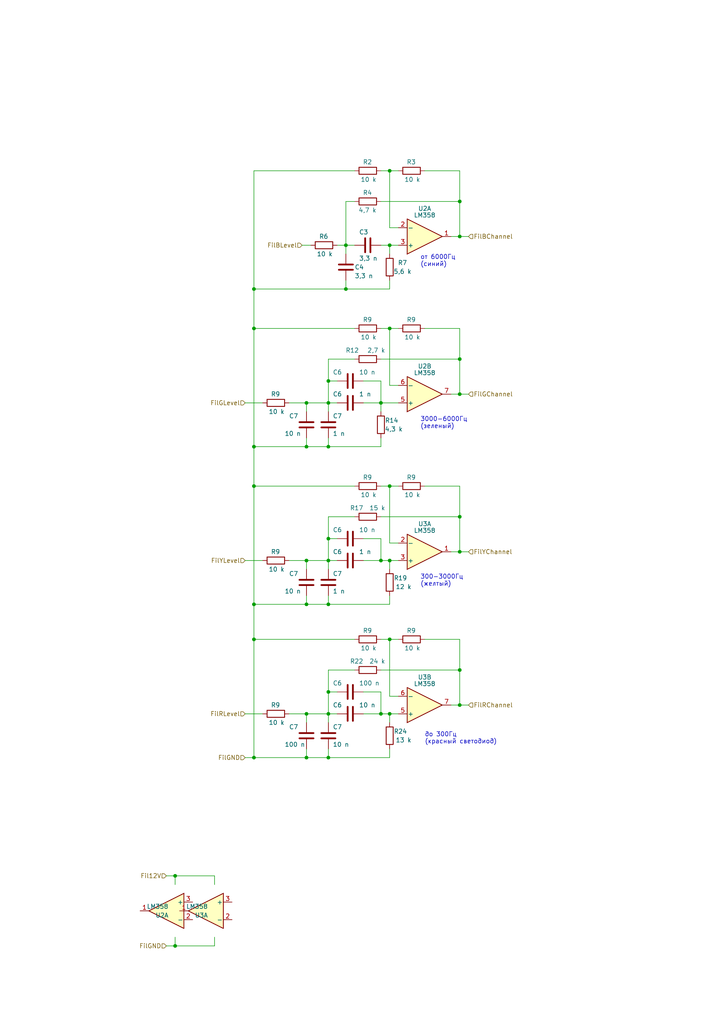
<source format=kicad_sch>
(kicad_sch (version 20230121) (generator eeschema)
  (paper "A4" portrait)
  (lib_symbols
    (symbol "Amplifier_Operational:LM358" (pin_names (offset 0.127))
      (property "Reference" "U" (at 0 5.08 0))
      (property "Value" "LM358" (at 0 -5.08 0))
      (symbol "LM358_1_1"
        (polyline (pts (xy -5.08 5.08) (xy 5.08 0) (xy -5.08 -5.08) (xy -5.08 5.08)) (stroke (width 0.254)) (fill (type background)))
        (pin output line (at 7.62 0 180) (length 2.54) (name "~") (number "1"))
        (pin input line (at -7.62 -2.54 0) (length 2.54) (name "-") (number "2"))
        (pin input line (at -7.62 2.54 0) (length 2.54) (name "+") (number "3"))
      )
      (symbol "LM358_2_1"
        (polyline (pts (xy -5.08 5.08) (xy 5.08 0) (xy -5.08 -5.08) (xy -5.08 5.08)) (stroke (width 0.254)) (fill (type background)))
        (pin input line (at -7.62 2.54 0) (length 2.54) (name "+") (number "5"))
        (pin input line (at -7.62 -2.54 0) (length 2.54) (name "-") (number "6"))
        (pin output line (at 7.62 0 180) (length 2.54) (name "~") (number "7"))
      )
      (symbol "LM358_3_1"
        (pin power_in line (at -2.54 -7.62 90) (length 3.81) (name "V-") (number "4"))
        (pin power_in line (at -2.54 7.62 270) (length 3.81) (name "V+") (number "8"))
      )
    )
    (symbol "Device:C" (pin_numbers hide) (pin_names (offset 0.254))
      (property "Reference" "C" (at 0.635 2.54 0))
      (property "Value" "C" (at 0.635 -2.54 0))
      (symbol "C_0_1"
        (polyline (pts (xy -2.032 -0.762) (xy 2.032 -0.762)) (stroke (width 0.508)))
        (polyline (pts (xy -2.032 0.762) (xy 2.032 0.762)) (stroke (width 0.508)))
      )
      (symbol "C_1_1"
        (pin passive line (at 0 3.81 270) (length 2.794) (name "~") (number "1"))
        (pin passive line (at 0 -3.81 90) (length 2.794) (name "~") (number "2"))
      )
    )
    (symbol "Device:R" (pin_numbers hide) (pin_names (offset 0))
      (property "Reference" "R" (at 2.032 0 90))
      (property "Value" "R" (at 0 0 90))
      (symbol "R_0_1"
        (rectangle (start -1.016 -2.54) (end 1.016 2.54) (stroke (width 0.254)))
      )
      (symbol "R_1_1"
        (pin passive line (at 0 3.81 270) (length 1.27) (name "~") (number "1"))
        (pin passive line (at 0 -3.81 90) (length 1.27) (name "~") (number "2"))
      )
    )
  )
  (junction (at 113.03 49.53))
  (junction (at 113.03 162.56))
  (junction (at 133.35 160.02))
  (junction (at 95.25 156.21))
  (junction (at 133.35 104.14))
  (junction (at 133.35 68.58))
  (junction (at 95.25 207.01))
  (junction (at 88.9 129.54))
  (junction (at 73.66 219.71))
  (junction (at 95.25 162.56))
  (junction (at 88.9 219.71))
  (junction (at 133.35 114.3))
  (junction (at 88.9 175.26))
  (junction (at 73.66 95.25))
  (junction (at 73.66 175.26))
  (junction (at 113.03 140.97))
  (junction (at 133.35 194.31))
  (junction (at 110.49 162.56))
  (junction (at 95.25 129.54))
  (junction (at 95.25 175.26))
  (junction (at 50.8 254))
  (junction (at 88.9 162.56))
  (junction (at 95.25 200.66))
  (junction (at 95.25 116.84))
  (junction (at 50.8 274.32))
  (junction (at 113.03 207.01))
  (junction (at 88.9 116.84))
  (junction (at 133.35 204.47))
  (junction (at 88.9 207.01))
  (junction (at 73.66 185.42))
  (junction (at 100.33 83.82))
  (junction (at 73.66 83.82))
  (junction (at 113.03 95.25))
  (junction (at 133.35 58.42))
  (junction (at 73.66 140.97))
  (junction (at 110.49 207.01))
  (junction (at 113.03 185.42))
  (junction (at 113.03 71.12))
  (junction (at 133.35 149.86))
  (junction (at 95.25 110.49))
  (junction (at 73.66 129.54))
  (junction (at 110.49 116.84))
  (junction (at 100.33 71.12))
  (junction (at 95.25 219.71))
  (wire (pts (xy 115.57 207.01) (xy 113.03 207.01)))
  (wire (pts (xy 110.49 58.42) (xy 133.35 58.42)))
  (wire (pts (xy 110.49 194.31) (xy 133.35 194.31)))
  (wire (pts (xy 95.25 129.54) (xy 110.49 129.54)))
  (wire (pts (xy 95.25 104.14) (xy 95.25 110.49)))
  (wire (pts (xy 113.03 162.56) (xy 113.03 165.1)))
  (wire (pts (xy 110.49 110.49) (xy 110.49 116.84)))
  (wire (pts (xy 73.66 185.42) (xy 102.87 185.42)))
  (wire (pts (xy 133.35 185.42) (xy 133.35 194.31)))
  (wire (pts (xy 100.33 58.42) (xy 100.33 71.12)))
  (wire (pts (xy 88.9 175.26) (xy 95.25 175.26)))
  (wire (pts (xy 88.9 129.54) (xy 95.25 129.54)))
  (wire (pts (xy 133.35 68.58) (xy 130.81 68.58)))
  (wire (pts (xy 113.03 140.97) (xy 113.03 157.48)))
  (wire (pts (xy 95.25 149.86) (xy 102.87 149.86)))
  (wire (pts (xy 50.8 274.32) (xy 62.23 274.32)))
  (wire (pts (xy 95.25 194.31) (xy 95.25 200.66)))
  (wire (pts (xy 100.33 81.28) (xy 100.33 83.82)))
  (wire (pts (xy 95.25 149.86) (xy 95.25 156.21)))
  (wire (pts (xy 110.49 185.42) (xy 113.03 185.42)))
  (wire (pts (xy 50.8 271.78) (xy 50.8 274.32)))
  (wire (pts (xy 113.03 95.25) (xy 113.03 111.76)))
  (wire (pts (xy 133.35 204.47) (xy 130.81 204.47)))
  (wire (pts (xy 110.49 162.56) (xy 113.03 162.56)))
  (wire (pts (xy 123.19 95.25) (xy 133.35 95.25)))
  (wire (pts (xy 73.66 83.82) (xy 100.33 83.82)))
  (wire (pts (xy 113.03 217.17) (xy 113.03 219.71)))
  (wire (pts (xy 133.35 114.3) (xy 135.89 114.3)))
  (wire (pts (xy 110.49 200.66) (xy 110.49 207.01)))
  (wire (pts (xy 133.35 160.02) (xy 130.81 160.02)))
  (wire (pts (xy 123.19 140.97) (xy 133.35 140.97)))
  (wire (pts (xy 48.26 274.32) (xy 50.8 274.32)))
  (wire (pts (xy 73.66 95.25) (xy 73.66 83.82)))
  (wire (pts (xy 95.25 200.66) (xy 95.25 207.01)))
  (wire (pts (xy 113.03 201.93) (xy 115.57 201.93)))
  (wire (pts (xy 133.35 204.47) (xy 135.89 204.47)))
  (wire (pts (xy 95.25 156.21) (xy 95.25 162.56)))
  (wire (pts (xy 95.25 207.01) (xy 95.25 209.55)))
  (wire (pts (xy 73.66 83.82) (xy 73.66 49.53)))
  (wire (pts (xy 95.25 127) (xy 95.25 129.54)))
  (wire (pts (xy 115.57 95.25) (xy 113.03 95.25)))
  (wire (pts (xy 100.33 71.12) (xy 102.87 71.12)))
  (wire (pts (xy 110.49 116.84) (xy 115.57 116.84)))
  (wire (pts (xy 102.87 58.42) (xy 100.33 58.42)))
  (wire (pts (xy 105.41 116.84) (xy 110.49 116.84)))
  (wire (pts (xy 105.41 162.56) (xy 110.49 162.56)))
  (wire (pts (xy 115.57 49.53) (xy 113.03 49.53)))
  (wire (pts (xy 95.25 207.01) (xy 97.79 207.01)))
  (wire (pts (xy 83.82 207.01) (xy 88.9 207.01)))
  (wire (pts (xy 95.25 200.66) (xy 97.79 200.66)))
  (wire (pts (xy 113.03 66.04) (xy 115.57 66.04)))
  (wire (pts (xy 73.66 185.42) (xy 73.66 219.71)))
  (wire (pts (xy 115.57 162.56) (xy 113.03 162.56)))
  (wire (pts (xy 113.03 185.42) (xy 113.03 201.93)))
  (wire (pts (xy 50.8 254) (xy 50.8 256.54)))
  (wire (pts (xy 113.03 172.72) (xy 113.03 175.26)))
  (wire (pts (xy 73.66 175.26) (xy 73.66 140.97)))
  (wire (pts (xy 73.66 95.25) (xy 102.87 95.25)))
  (wire (pts (xy 110.49 156.21) (xy 110.49 162.56)))
  (wire (pts (xy 110.49 71.12) (xy 113.03 71.12)))
  (wire (pts (xy 87.63 71.12) (xy 90.17 71.12)))
  (wire (pts (xy 73.66 129.54) (xy 88.9 129.54)))
  (wire (pts (xy 110.49 127) (xy 110.49 129.54)))
  (wire (pts (xy 110.49 149.86) (xy 133.35 149.86)))
  (wire (pts (xy 133.35 149.86) (xy 133.35 160.02)))
  (wire (pts (xy 88.9 162.56) (xy 95.25 162.56)))
  (wire (pts (xy 123.19 49.53) (xy 133.35 49.53)))
  (wire (pts (xy 95.25 116.84) (xy 97.79 116.84)))
  (wire (pts (xy 100.33 71.12) (xy 100.33 73.66)))
  (wire (pts (xy 133.35 68.58) (xy 135.89 68.58)))
  (wire (pts (xy 88.9 172.72) (xy 88.9 175.26)))
  (wire (pts (xy 62.23 256.54) (xy 62.23 254)))
  (wire (pts (xy 105.41 207.01) (xy 110.49 207.01)))
  (wire (pts (xy 133.35 160.02) (xy 135.89 160.02)))
  (wire (pts (xy 71.12 162.56) (xy 76.2 162.56)))
  (wire (pts (xy 73.66 175.26) (xy 73.66 185.42)))
  (wire (pts (xy 83.82 116.84) (xy 88.9 116.84)))
  (wire (pts (xy 95.25 175.26) (xy 113.03 175.26)))
  (wire (pts (xy 133.35 194.31) (xy 133.35 204.47)))
  (wire (pts (xy 110.49 104.14) (xy 133.35 104.14)))
  (wire (pts (xy 88.9 217.17) (xy 88.9 219.71)))
  (wire (pts (xy 110.49 116.84) (xy 110.49 119.38)))
  (wire (pts (xy 73.66 129.54) (xy 73.66 95.25)))
  (wire (pts (xy 105.41 110.49) (xy 110.49 110.49)))
  (wire (pts (xy 123.19 185.42) (xy 133.35 185.42)))
  (wire (pts (xy 95.25 162.56) (xy 97.79 162.56)))
  (wire (pts (xy 95.25 162.56) (xy 95.25 165.1)))
  (wire (pts (xy 83.82 162.56) (xy 88.9 162.56)))
  (wire (pts (xy 97.79 71.12) (xy 100.33 71.12)))
  (wire (pts (xy 115.57 71.12) (xy 113.03 71.12)))
  (wire (pts (xy 95.25 116.84) (xy 95.25 119.38)))
  (wire (pts (xy 88.9 116.84) (xy 95.25 116.84)))
  (wire (pts (xy 100.33 83.82) (xy 113.03 83.82)))
  (wire (pts (xy 102.87 104.14) (xy 95.25 104.14)))
  (wire (pts (xy 113.03 71.12) (xy 113.03 73.66)))
  (wire (pts (xy 95.25 156.21) (xy 97.79 156.21)))
  (wire (pts (xy 95.25 217.17) (xy 95.25 219.71)))
  (wire (pts (xy 71.12 219.71) (xy 73.66 219.71)))
  (wire (pts (xy 110.49 207.01) (xy 113.03 207.01)))
  (wire (pts (xy 115.57 140.97) (xy 113.03 140.97)))
  (wire (pts (xy 113.03 111.76) (xy 115.57 111.76)))
  (wire (pts (xy 110.49 140.97) (xy 113.03 140.97)))
  (wire (pts (xy 88.9 116.84) (xy 88.9 119.38)))
  (wire (pts (xy 133.35 58.42) (xy 133.35 68.58)))
  (wire (pts (xy 73.66 175.26) (xy 88.9 175.26)))
  (wire (pts (xy 95.25 172.72) (xy 95.25 175.26)))
  (wire (pts (xy 113.03 81.28) (xy 113.03 83.82)))
  (wire (pts (xy 95.25 194.31) (xy 102.87 194.31)))
  (wire (pts (xy 95.25 219.71) (xy 113.03 219.71)))
  (wire (pts (xy 88.9 207.01) (xy 88.9 209.55)))
  (wire (pts (xy 133.35 49.53) (xy 133.35 58.42)))
  (wire (pts (xy 88.9 162.56) (xy 88.9 165.1)))
  (wire (pts (xy 105.41 200.66) (xy 110.49 200.66)))
  (wire (pts (xy 115.57 185.42) (xy 113.03 185.42)))
  (wire (pts (xy 95.25 110.49) (xy 97.79 110.49)))
  (wire (pts (xy 73.66 140.97) (xy 73.66 129.54)))
  (wire (pts (xy 133.35 114.3) (xy 130.81 114.3)))
  (wire (pts (xy 110.49 49.53) (xy 113.03 49.53)))
  (wire (pts (xy 105.41 156.21) (xy 110.49 156.21)))
  (wire (pts (xy 95.25 110.49) (xy 95.25 116.84)))
  (wire (pts (xy 71.12 116.84) (xy 76.2 116.84)))
  (wire (pts (xy 113.03 207.01) (xy 113.03 209.55)))
  (wire (pts (xy 48.26 254) (xy 50.8 254)))
  (wire (pts (xy 73.66 219.71) (xy 88.9 219.71)))
  (wire (pts (xy 62.23 274.32) (xy 62.23 271.78)))
  (wire (pts (xy 113.03 49.53) (xy 113.03 66.04)))
  (wire (pts (xy 71.12 207.01) (xy 76.2 207.01)))
  (wire (pts (xy 113.03 157.48) (xy 115.57 157.48)))
  (wire (pts (xy 88.9 219.71) (xy 95.25 219.71)))
  (wire (pts (xy 133.35 140.97) (xy 133.35 149.86)))
  (wire (pts (xy 133.35 95.25) (xy 133.35 104.14)))
  (wire (pts (xy 88.9 207.01) (xy 95.25 207.01)))
  (wire (pts (xy 73.66 49.53) (xy 102.87 49.53)))
  (wire (pts (xy 133.35 104.14) (xy 133.35 114.3)))
  (wire (pts (xy 88.9 127) (xy 88.9 129.54)))
  (wire (pts (xy 110.49 95.25) (xy 113.03 95.25)))
  (wire (pts (xy 73.66 140.97) (xy 102.87 140.97)))
  (wire (pts (xy 62.23 254) (xy 50.8 254)))
  (text "3000-6000Гц\n(зеленый)" (at 121.92 124.46 0) (effects (font (size 1.27 1.27)) (justify left bottom)))
  (text "300-3000Гц\n(желтый)" (at 121.92 170.18 0) (effects (font (size 1.27 1.27)) (justify left bottom)))
  (text "до 300Гц\n(красный светодиод)" (at 123.19 215.9 0) (effects (font (size 1.27 1.27)) (justify left bottom)))
  (text "от 6000Гц\n(синий)" (at 121.92 77.47 0) (effects (font (size 1.27 1.27)) (justify left bottom)))
  (hierarchical_label "FilRChannel" (shape input) (at 135.89 204.47 0))
  (hierarchical_label "FilRLevel" (shape input) (at 71.12 207.01 180))
  (hierarchical_label "FilYLevel" (shape input) (at 71.12 162.56 180))
  (hierarchical_label "FilGND" (shape input) (at 71.12 219.71 180))
  (hierarchical_label "FilYChannel" (shape input) (at 135.89 160.02 0))
  (hierarchical_label "FilGChannel" (shape input) (at 135.89 114.3 0))
  (hierarchical_label "FilBLevel" (shape input) (at 87.63 71.12 180))
  (hierarchical_label "FilBChannel" (shape input) (at 135.89 68.58 0))
  (hierarchical_label "FilGLevel" (shape input) (at 71.12 116.84 180))
  (hierarchical_label "Fil12V" (shape input) (at 48.26 254 180))
  (hierarchical_label "FilGND" (shape input) (at 48.26 274.32 180))
  (symbol (lib_id "Device:R") (at 106.68 58.42 90) (unit 1)
    (property "Reference" "R4" (at 107.95 55.88 90) (effects (justify left)))
    (property "Value" "4,7 k" (at 109.22 60.96 90) (effects (justify left)))
    (property "Footprint" "Resistor_THT:R_Axial_DIN0207_L6.3mm_D2.5mm_P7.62mm_Horizontal" (effects hide))
    (instances (project "v1" (path "" (reference "R4") (unit 1)) (path "" (reference "R8") (unit 1))))
  )
  (symbol (lib_id "Amplifier_Operational:LM358") (at 123.19 68.58 0) (mirror x) (unit 1)
    (property "Reference" "U2" (at 123.19 60.4901 0))
    (property "Value" "LM358" (at 123.19 62.4111 0))
    (property "Footprint" "Package_DIP:DIP-8_W7.62mm" (effects hide))
    (property "Datasheet" "http://www.ti.com/lit/ds/symlink/lm2904-n.pdf" (effects hide))
  )
  (symbol (lib_id "Device:R") (at 106.68 149.86 90) (unit 1)
    (property "Reference" "R17" (at 105.41 147.32 90) (effects (justify left)))
    (property "Value" "15 k" (at 111.76 147.32 90) (effects (justify left)))
    (property "Footprint" "Resistor_THT:R_Axial_DIN0207_L6.3mm_D2.5mm_P7.62mm_Horizontal" (effects hide))
    (instances (project "v1" (path "" (reference "R17") (unit 1)) (path "" (reference "R18") (unit 1))))
  )
  (symbol (lib_id "Device:C") (at 100.33 77.47 180) (unit 1)
    (property "Reference" "C4" (at 102.87 77.47 0) (effects (justify right)))
    (property "Value" "3,3 n" (at 102.87 80.01 0) (effects (justify right)))
    (property "Footprint" "Capacitor_THT:C_Disc_D7.5mm_W2.5mm_P5.00mm" (effects hide))
    (instances (project "v1" (path "" (reference "C4") (unit 1)) (path "" (reference "C5") (unit 1))))
  )
  (symbol (lib_id "Device:R") (at 80.01 162.56 90) (unit 1)
    (property "Reference" "R9" (at 81.28 160.02 90) (effects (justify left)))
    (property "Value" "10 k" (at 82.55 165.1 90) (effects (justify left)))
    (property "Footprint" "Resistor_THT:R_Axial_DIN0207_L6.3mm_D2.5mm_P7.62mm_Horizontal" (effects hide))
    (instances (project "v1" (path "" (reference "R9") (unit 1)) (path "" (reference "R19") (unit 1))))
  )
  (symbol (lib_id "Device:R") (at 113.03 213.36 180) (unit 1)
    (property "Reference" "R24" (at 118.11 212.09 0) (effects (justify left)))
    (property "Value" "13 k" (at 119.38 214.63 0) (effects (justify left)))
    (property "Footprint" "Resistor_THT:R_Axial_DIN0207_L6.3mm_D2.5mm_P7.62mm_Horizontal" (effects hide))
    (instances (project "v1" (path "" (reference "R24") (unit 1)) (path "" (reference "R25") (unit 1))))
  )
  (symbol (lib_id "Device:C") (at 88.9 213.36 180) (unit 1)
    (property "Reference" "C7" (at 83.82 210.82 0) (effects (justify right)))
    (property "Value" "100 n" (at 82.55 215.9 0) (effects (justify right)))
    (property "Footprint" "Capacitor_THT:C_Disc_D7.5mm_W2.5mm_P5.00mm" (effects hide))
    (instances (project "v1" (path "" (reference "C7") (unit 1)) (path "" (reference "C16") (unit 1))))
  )
  (symbol (lib_id "Device:C") (at 95.25 213.36 180) (unit 1)
    (property "Reference" "C7" (at 96.52 210.82 0) (effects (justify right)))
    (property "Value" "10 n" (at 96.52 215.9 0) (effects (justify right)))
    (property "Footprint" "Capacitor_THT:C_Disc_D7.5mm_W2.5mm_P5.00mm" (effects hide))
    (instances (project "v1" (path "" (reference "C7") (unit 1)) (path "" (reference "C17") (unit 1))))
  )
  (symbol (lib_id "Device:R") (at 113.03 77.47 180) (unit 1)
    (property "Reference" "R7" (at 118.11 76.2 0) (effects (justify left)))
    (property "Value" "5,6 k" (at 119.38 78.74 0) (effects (justify left)))
    (property "Footprint" "Resistor_THT:R_Axial_DIN0207_L6.3mm_D2.5mm_P7.62mm_Horizontal" (effects hide))
    (instances (project "v1" (path "" (reference "R7") (unit 1)) (path "" (reference "R10") (unit 1))))
  )
  (symbol (lib_id "Device:R") (at 93.98 71.12 90) (unit 1)
    (property "Reference" "R6" (at 95.25 68.58 90) (effects (justify left)))
    (property "Value" "10 k" (at 96.52 73.66 90) (effects (justify left)))
    (property "Footprint" "Resistor_THT:R_Axial_DIN0207_L6.3mm_D2.5mm_P7.62mm_Horizontal" (effects hide))
    (instances (project "v1" (path "" (reference "R6") (unit 1)) (path "" (reference "R9") (unit 1))))
  )
  (symbol (lib_id "Device:R") (at 119.38 185.42 90) (unit 1)
    (property "Reference" "R9" (at 120.65 182.88 90) (effects (justify left)))
    (property "Value" "10 k" (at 121.92 187.96 90) (effects (justify left)))
    (property "Footprint" "Resistor_THT:R_Axial_DIN0207_L6.3mm_D2.5mm_P7.62mm_Horizontal" (effects hide))
    (instances (project "v1" (path "" (reference "R9") (unit 1)) (path "" (reference "R22") (unit 1))))
  )
  (symbol (lib_id "Device:R") (at 119.38 95.25 90) (unit 1)
    (property "Reference" "R9" (at 120.65 92.71 90) (effects (justify left)))
    (property "Value" "10 k" (at 121.92 97.79 90) (effects (justify left)))
    (property "Footprint" "Resistor_THT:R_Axial_DIN0207_L6.3mm_D2.5mm_P7.62mm_Horizontal" (effects hide))
    (instances (project "v1" (path "" (reference "R9") (unit 1)) (path "" (reference "R12") (unit 1))))
  )
  (symbol (lib_id "Amplifier_Operational:LM358") (at 48.26 264.16 0) (mirror y) (unit 1)
    (property "Reference" "U2" (at 46.99 265.43 0))
    (property "Value" "LM358" (at 45.72 262.89 0))
    (property "Footprint" "Package_DIP:DIP-8_W7.62mm" (effects hide))
    (property "Datasheet" "http://www.ti.com/lit/ds/symlink/lm2904-n.pdf" (effects hide))
    (instances (project "v1" (path "" (reference "U2") (unit 1)) (path "" (reference "U2") (unit 3))))
  )
  (symbol (lib_id "Device:C") (at 101.6 116.84 90) (unit 1)
    (property "Reference" "C6" (at 96.52 114.3 90) (effects (justify right)))
    (property "Value" "1 n" (at 104.14 114.3 90) (effects (justify right)))
    (property "Footprint" "Capacitor_THT:C_Disc_D7.5mm_W2.5mm_P5.00mm" (effects hide))
    (instances (project "v1" (path "" (reference "C6") (unit 1)) (path "" (reference "C7") (unit 1))))
  )
  (symbol (lib_id "Device:R") (at 106.68 194.31 90) (unit 1)
    (property "Reference" "R22" (at 105.41 191.77 90) (effects (justify left)))
    (property "Value" "24 k" (at 111.76 191.77 90) (effects (justify left)))
    (property "Footprint" "Resistor_THT:R_Axial_DIN0207_L6.3mm_D2.5mm_P7.62mm_Horizontal" (effects hide))
    (instances (project "v1" (path "" (reference "R22") (unit 1)) (path "" (reference "R23") (unit 1))))
  )
  (symbol (lib_id "Device:C") (at 101.6 162.56 90) (unit 1)
    (property "Reference" "C6" (at 96.52 160.02 90) (effects (justify right)))
    (property "Value" "1 n" (at 104.14 160.02 90) (effects (justify right)))
    (property "Footprint" "Capacitor_THT:C_Disc_D7.5mm_W2.5mm_P5.00mm" (effects hide))
    (instances (project "v1" (path "" (reference "C6") (unit 1)) (path "" (reference "C11") (unit 1))))
  )
  (symbol (lib_id "Amplifier_Operational:LM358") (at 123.19 160.02 0) (mirror x) (unit 1)
    (property "Reference" "U3" (at 123.19 151.9301 0))
    (property "Value" "LM358" (at 123.19 153.8511 0))
    (property "Footprint" "Package_DIP:DIP-8_W7.62mm" (effects hide))
    (property "Datasheet" "http://www.ti.com/lit/ds/symlink/lm2904-n.pdf" (effects hide))
  )
  (symbol (lib_id "Device:R") (at 110.49 123.19 180) (unit 1)
    (property "Reference" "R14" (at 115.57 121.92 0) (effects (justify left)))
    (property "Value" "4,3 k" (at 116.84 124.46 0) (effects (justify left)))
    (property "Footprint" "Resistor_THT:R_Axial_DIN0207_L6.3mm_D2.5mm_P7.62mm_Horizontal" (effects hide))
    (instances (project "v1" (path "" (reference "R14") (unit 1)) (path "" (reference "R15") (unit 1))))
  )
  (symbol (lib_id "Device:R") (at 106.68 49.53 90) (unit 1)
    (property "Reference" "R2" (at 107.95 46.99 90) (effects (justify left)))
    (property "Value" "10 k" (at 109.22 52.07 90) (effects (justify left)))
    (property "Footprint" "Resistor_THT:R_Axial_DIN0207_L6.3mm_D2.5mm_P7.62mm_Horizontal" (effects hide))
    (instances (project "v1" (path "" (reference "R2") (unit 1)) (path "" (reference "R6") (unit 1))))
  )
  (symbol (lib_id "Device:C") (at 95.25 168.91 180) (unit 1)
    (property "Reference" "C7" (at 96.52 166.37 0) (effects (justify right)))
    (property "Value" "1 n" (at 96.52 171.45 0) (effects (justify right)))
    (property "Footprint" "Capacitor_THT:C_Disc_D7.5mm_W2.5mm_P5.00mm" (effects hide))
    (instances (project "v1" (path "" (reference "C7") (unit 1)) (path "" (reference "C13") (unit 1))))
  )
  (symbol (lib_id "Device:C") (at 101.6 156.21 90) (unit 1)
    (property "Reference" "C6" (at 96.52 153.67 90) (effects (justify right)))
    (property "Value" "10 n" (at 104.14 153.67 90) (effects (justify right)))
    (property "Footprint" "Capacitor_THT:C_Disc_D7.5mm_W2.5mm_P5.00mm" (effects hide))
    (instances (project "v1" (path "" (reference "C6") (unit 1)) (path "" (reference "C10") (unit 1))))
  )
  (symbol (lib_id "Device:C") (at 88.9 168.91 180) (unit 1)
    (property "Reference" "C7" (at 83.82 166.37 0) (effects (justify right)))
    (property "Value" "10 n" (at 82.55 171.45 0) (effects (justify right)))
    (property "Footprint" "Capacitor_THT:C_Disc_D7.5mm_W2.5mm_P5.00mm" (effects hide))
    (instances (project "v1" (path "" (reference "C7") (unit 1)) (path "" (reference "C12") (unit 1))))
  )
  (symbol (lib_id "Device:R") (at 106.68 95.25 90) (unit 1)
    (property "Reference" "R9" (at 107.95 92.71 90) (effects (justify left)))
    (property "Value" "10 k" (at 109.22 97.79 90) (effects (justify left)))
    (property "Footprint" "Resistor_THT:R_Axial_DIN0207_L6.3mm_D2.5mm_P7.62mm_Horizontal" (effects hide))
    (instances (project "v1" (path "" (reference "R9") (unit 1)) (path "" (reference "R11") (unit 1))))
  )
  (symbol (lib_id "Device:C") (at 95.25 123.19 180) (unit 1)
    (property "Reference" "C7" (at 96.52 120.65 0) (effects (justify right)))
    (property "Value" "1 n" (at 96.52 125.73 0) (effects (justify right)))
    (property "Footprint" "Capacitor_THT:C_Disc_D7.5mm_W2.5mm_P5.00mm" (effects hide))
    (instances (project "v1" (path "" (reference "C7") (unit 1)) (path "" (reference "C9") (unit 1))))
  )
  (symbol (lib_id "Device:R") (at 119.38 140.97 90) (unit 1)
    (property "Reference" "R9" (at 120.65 138.43 90) (effects (justify left)))
    (property "Value" "10 k" (at 121.92 143.51 90) (effects (justify left)))
    (property "Footprint" "Resistor_THT:R_Axial_DIN0207_L6.3mm_D2.5mm_P7.62mm_Horizontal" (effects hide))
    (instances (project "v1" (path "" (reference "R9") (unit 1)) (path "" (reference "R17") (unit 1))))
  )
  (symbol (lib_id "Device:R") (at 106.68 104.14 90) (unit 1)
    (property "Reference" "R12" (at 104.14 101.6 90) (effects (justify left)))
    (property "Value" "2,7 k" (at 111.76 101.6 90) (effects (justify left)))
    (property "Footprint" "Resistor_THT:R_Axial_DIN0207_L6.3mm_D2.5mm_P7.62mm_Horizontal" (effects hide))
    (instances (project "v1" (path "" (reference "R12") (unit 1)) (path "" (reference "R13") (unit 1))))
  )
  (symbol (lib_id "Device:R") (at 119.38 49.53 90) (unit 1)
    (property "Reference" "R3" (at 120.65 46.99 90) (effects (justify left)))
    (property "Value" "10 k" (at 121.92 52.07 90) (effects (justify left)))
    (property "Footprint" "Resistor_THT:R_Axial_DIN0207_L6.3mm_D2.5mm_P7.62mm_Horizontal" (effects hide))
    (instances (project "v1" (path "" (reference "R3") (unit 1)) (path "" (reference "R7") (unit 1))))
  )
  (symbol (lib_id "Amplifier_Operational:LM358") (at 59.69 264.16 0) (mirror y) (unit 1)
    (property "Reference" "U3" (at 58.42 265.43 0))
    (property "Value" "LM358" (at 57.15 262.89 0))
    (property "Footprint" "Package_DIP:DIP-8_W7.62mm" (effects hide))
    (property "Datasheet" "http://www.ti.com/lit/ds/symlink/lm2904-n.pdf" (effects hide))
    (instances (project "v1" (path "" (reference "U3") (unit 1)) (path "" (reference "U3") (unit 3))))
  )
  (symbol (lib_id "Device:C") (at 101.6 110.49 90) (unit 1)
    (property "Reference" "C6" (at 96.52 107.95 90) (effects (justify right)))
    (property "Value" "10 n" (at 104.14 107.95 90) (effects (justify right)))
    (property "Footprint" "Capacitor_THT:C_Disc_D7.5mm_W2.5mm_P5.00mm" (effects hide))
  )
  (symbol (lib_id "Device:R") (at 80.01 207.01 90) (unit 1)
    (property "Reference" "R9" (at 81.28 204.47 90) (effects (justify left)))
    (property "Value" "10 k" (at 82.55 209.55 90) (effects (justify left)))
    (property "Footprint" "Resistor_THT:R_Axial_DIN0207_L6.3mm_D2.5mm_P7.62mm_Horizontal" (effects hide))
    (instances (project "v1" (path "" (reference "R9") (unit 1)) (path "" (reference "R24") (unit 1))))
  )
  (symbol (lib_id "Device:R") (at 80.01 116.84 90) (unit 1)
    (property "Reference" "R9" (at 81.28 114.3 90) (effects (justify left)))
    (property "Value" "10 k" (at 82.55 119.38 90) (effects (justify left)))
    (property "Footprint" "Resistor_THT:R_Axial_DIN0207_L6.3mm_D2.5mm_P7.62mm_Horizontal" (effects hide))
    (instances (project "v1" (path "" (reference "R9") (unit 1)) (path "" (reference "R14") (unit 1))))
  )
  (symbol (lib_id "Device:C") (at 106.68 71.12 90) (unit 1)
    (property "Reference" "C3" (at 104.14 67.31 90) (effects (justify right)))
    (property "Value" "3,3 n" (at 104.14 74.93 90) (effects (justify right)))
    (property "Footprint" "Capacitor_THT:C_Disc_D7.5mm_W2.5mm_P5.00mm" (effects hide))
    (instances (project "v1" (path "" (reference "C3") (unit 1)) (path "" (reference "C4") (unit 1))))
  )
  (symbol (lib_id "Device:C") (at 101.6 207.01 90) (unit 1)
    (property "Reference" "C6" (at 96.52 204.47 90) (effects (justify right)))
    (property "Value" "10 n" (at 104.14 204.47 90) (effects (justify right)))
    (property "Footprint" "Capacitor_THT:C_Disc_D7.5mm_W2.5mm_P5.00mm" (effects hide))
    (instances (project "v1" (path "" (reference "C6") (unit 1)) (path "" (reference "C15") (unit 1))))
  )
  (symbol (lib_id "Amplifier_Operational:LM358") (at 123.19 114.3 0) (mirror x) (unit 2)
    (property "Reference" "U2" (at 123.19 106.2101 0))
    (property "Value" "LM358" (at 123.19 108.1311 0))
    (property "Footprint" "Package_DIP:DIP-8_W7.62mm" (effects hide))
    (property "Datasheet" "http://www.ti.com/lit/ds/symlink/lm2904-n.pdf" (effects hide))
  )
  (symbol (lib_id "Device:R") (at 113.03 168.91 180) (unit 1)
    (property "Reference" "R19" (at 118.11 167.64 0) (effects (justify left)))
    (property "Value" "12 k" (at 119.38 170.18 0) (effects (justify left)))
    (property "Footprint" "Resistor_THT:R_Axial_DIN0207_L6.3mm_D2.5mm_P7.62mm_Horizontal" (effects hide))
    (instances (project "v1" (path "" (reference "R19") (unit 1)) (path "" (reference "R20") (unit 1))))
  )
  (symbol (lib_id "Device:R") (at 106.68 185.42 90) (unit 1)
    (property "Reference" "R9" (at 107.95 182.88 90) (effects (justify left)))
    (property "Value" "10 k" (at 109.22 187.96 90) (effects (justify left)))
    (property "Footprint" "Resistor_THT:R_Axial_DIN0207_L6.3mm_D2.5mm_P7.62mm_Horizontal" (effects hide))
    (instances (project "v1" (path "" (reference "R9") (unit 1)) (path "" (reference "R21") (unit 1))))
  )
  (symbol (lib_id "Amplifier_Operational:LM358") (at 123.19 204.47 0) (mirror x) (unit 2)
    (property "Reference" "U3" (at 123.19 196.3801 0))
    (property "Value" "LM358" (at 123.19 198.3011 0))
    (property "Footprint" "Package_DIP:DIP-8_W7.62mm" (effects hide))
    (property "Datasheet" "http://www.ti.com/lit/ds/symlink/lm2904-n.pdf" (effects hide))
  )
  (symbol (lib_id "Device:C") (at 101.6 200.66 90) (unit 1)
    (property "Reference" "C6" (at 96.52 198.12 90) (effects (justify right)))
    (property "Value" "100 n" (at 104.14 198.12 90) (effects (justify right)))
    (property "Footprint" "Capacitor_THT:C_Disc_D7.5mm_W2.5mm_P5.00mm" (effects hide))
    (instances (project "v1" (path "" (reference "C6") (unit 1)) (path "" (reference "C14") (unit 1))))
  )
  (symbol (lib_id "Device:C") (at 88.9 123.19 180) (unit 1)
    (property "Reference" "C7" (at 83.82 120.65 0) (effects (justify right)))
    (property "Value" "10 n" (at 82.55 125.73 0) (effects (justify right)))
    (property "Footprint" "Capacitor_THT:C_Disc_D7.5mm_W2.5mm_P5.00mm" (effects hide))
    (instances (project "v1" (path "" (reference "C7") (unit 1)) (path "" (reference "C8") (unit 1))))
  )
  (symbol (lib_id "Device:R") (at 106.68 140.97 90) (unit 1)
    (property "Reference" "R9" (at 107.95 138.43 90) (effects (justify left)))
    (property "Value" "10 k" (at 109.22 143.51 90) (effects (justify left)))
    (property "Footprint" "Resistor_THT:R_Axial_DIN0207_L6.3mm_D2.5mm_P7.62mm_Horizontal" (effects hide))
    (instances (project "v1" (path "" (reference "R9") (unit 1)) (path "" (reference "R16") (unit 1))))
  )
)
</source>
